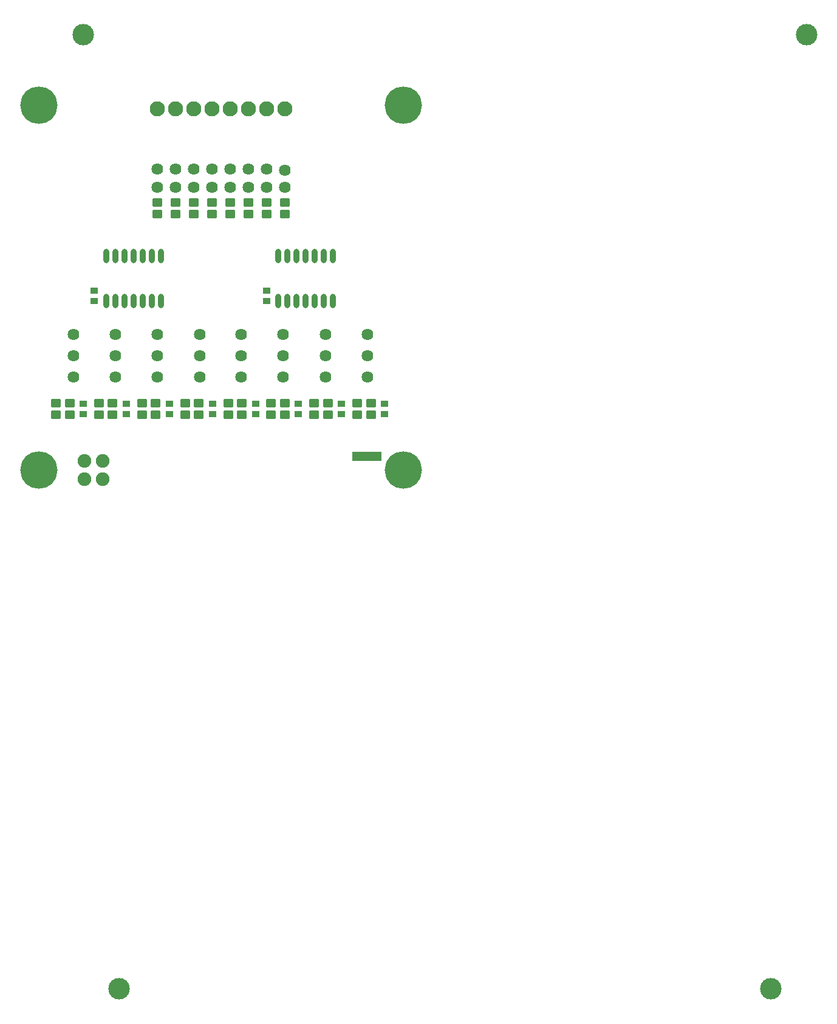
<source format=gbs>
G04 Layer: BottomSolderMaskLayer*
G04 Panelize: Stamp Hole, Column: 2, Row: 2, Board Size: 58.42mm x 58.42mm, Panelized Board Size: 120.84mm x 120.84mm*
G04 EasyEDA v6.5.34, 2023-08-03 19:46:35*
G04 af00140a598446819584b723e16838dc,5a6b42c53f6a479593ecc07194224c93,10*
G04 Gerber Generator version 0.2*
G04 Scale: 100 percent, Rotated: No, Reflected: No *
G04 Dimensions in millimeters *
G04 leading zeros omitted , absolute positions ,4 integer and 5 decimal *
%FSLAX45Y45*%
%MOMM*%

%AMMACRO1*1,1,$1,$2,$3*1,1,$1,$4,$5*1,1,$1,0-$2,0-$3*1,1,$1,0-$4,0-$5*20,1,$1,$2,$3,$4,$5,0*20,1,$1,$4,$5,0-$2,0-$3,0*20,1,$1,0-$2,0-$3,0-$4,0-$5,0*20,1,$1,0-$4,0-$5,$2,$3,0*4,1,4,$2,$3,$4,$5,0-$2,0-$3,0-$4,0-$5,$2,$3,0*%
%ADD10O,0.8031988000000001X2.0031963999999998*%
%ADD11MACRO1,0.2032X-0.55X0.5X-0.55X-0.5*%
%ADD12MACRO1,0.1016X-0.45X0.4X-0.45X-0.4*%
%ADD13R,1.0016X0.9016*%
%ADD14MACRO1,0.1016X0.45X-0.4X0.45X0.4*%
%ADD15C,5.2032*%
%ADD16C,1.6256*%
%ADD17C,2.1016*%
%ADD18C,1.9016*%
%ADD19C,3.0000*%

%LPD*%
D10*
G01*
X4482795Y2737967D03*
G01*
X4355795Y2737967D03*
G01*
X4228795Y2737967D03*
G01*
X4101795Y2737967D03*
G01*
X3974795Y2737967D03*
G01*
X3847795Y2737967D03*
G01*
X3720795Y2737967D03*
G01*
X4482795Y3357981D03*
G01*
X4355795Y3357981D03*
G01*
X4228795Y3357981D03*
G01*
X4101795Y3357981D03*
G01*
X3974795Y3357981D03*
G01*
X3847795Y3357981D03*
G01*
X3720795Y3357981D03*
G01*
X2082800Y2737967D03*
G01*
X1955800Y2737967D03*
G01*
X1828800Y2737967D03*
G01*
X1701800Y2737967D03*
G01*
X1574800Y2737967D03*
G01*
X1447800Y2737967D03*
G01*
X1320800Y2737967D03*
G01*
X2082800Y3357981D03*
G01*
X1955800Y3357981D03*
G01*
X1828800Y3357981D03*
G01*
X1701800Y3357981D03*
G01*
X1574800Y3357981D03*
G01*
X1447800Y3357981D03*
G01*
X1320800Y3357981D03*
D11*
G01*
X1412796Y1151889D03*
G01*
X1412796Y1311889D03*
G01*
X1222296Y1151889D03*
G01*
X1222296Y1311889D03*
D12*
G01*
X1603296Y1161893D03*
D13*
G01*
X1603298Y1301902D03*
D12*
G01*
X2203295Y1161893D03*
G01*
X2203295Y1301892D03*
D11*
G01*
X1822295Y1151889D03*
G01*
X1822295Y1311889D03*
G01*
X2012795Y1151889D03*
G01*
X2012795Y1311889D03*
G01*
X2612793Y1151889D03*
G01*
X2612793Y1311889D03*
G01*
X2422293Y1151889D03*
G01*
X2422293Y1311889D03*
D12*
G01*
X2803293Y1161893D03*
G01*
X2803293Y1301892D03*
G01*
X3403292Y1161893D03*
G01*
X3403292Y1301892D03*
D11*
G01*
X3022292Y1151889D03*
G01*
X3022292Y1311889D03*
G01*
X3212792Y1151889D03*
G01*
X3212792Y1311889D03*
D12*
G01*
X4003291Y1161893D03*
G01*
X4003291Y1301892D03*
D11*
G01*
X3622291Y1151889D03*
G01*
X3622291Y1311889D03*
G01*
X3812791Y1151889D03*
G01*
X3812791Y1311889D03*
D12*
G01*
X4603290Y1161893D03*
D13*
G01*
X4603292Y1301902D03*
D11*
G01*
X4222290Y1151889D03*
G01*
X4222290Y1311889D03*
G01*
X4412790Y1151889D03*
G01*
X4412790Y1311889D03*
D12*
G01*
X5203289Y1161893D03*
G01*
X5203289Y1301892D03*
D11*
G01*
X4822289Y1151889D03*
G01*
X4822289Y1311889D03*
G01*
X5012789Y1151889D03*
G01*
X5012789Y1311889D03*
D14*
G01*
X3555692Y2876698D03*
G01*
X3555692Y2736700D03*
D12*
G01*
X1003297Y1161893D03*
G01*
X1003297Y1301892D03*
D11*
G01*
X622297Y1151889D03*
G01*
X622297Y1311889D03*
G01*
X812797Y1151889D03*
G01*
X812797Y1311889D03*
D14*
G01*
X1155697Y2876698D03*
G01*
X1155697Y2736700D03*
D11*
G01*
X3555993Y3945895D03*
G01*
X3555993Y4105894D03*
G01*
X2285993Y3945895D03*
G01*
X2285993Y4105894D03*
G01*
X3809993Y3945895D03*
G01*
X3809993Y4105894D03*
G01*
X3301993Y3945895D03*
G01*
X3301993Y4105894D03*
G01*
X3047994Y3945895D03*
G01*
X3047994Y4105894D03*
G01*
X2793994Y3945895D03*
G01*
X2793994Y4105894D03*
G01*
X2539994Y3945895D03*
G01*
X2539994Y4105894D03*
G01*
X2031994Y3945895D03*
G01*
X2031994Y4105894D03*
D15*
G01*
X5461000Y381000D03*
G01*
X381000Y381000D03*
G01*
X381000Y5461000D03*
G01*
X5461000Y5461000D03*
D16*
G01*
X2286000Y4572000D03*
G01*
X2286000Y4318000D03*
G01*
X3556000Y4572000D03*
G01*
X3556000Y4318000D03*
D17*
G01*
X2034793Y5406593D03*
G01*
X2288793Y5406593D03*
G01*
X2542793Y5406593D03*
G01*
X2796793Y5406593D03*
G01*
X3050793Y5406593D03*
G01*
X3304793Y5406593D03*
G01*
X3558793Y5406593D03*
G01*
X3812793Y5406593D03*
D16*
G01*
X3810000Y4559300D03*
G01*
X3810000Y4318000D03*
G01*
X3048000Y4318000D03*
G01*
X3048000Y4572000D03*
G01*
X3302000Y4318000D03*
G01*
X3302000Y4572000D03*
G01*
X2032000Y4572000D03*
G01*
X2032000Y4318000D03*
G01*
X2540000Y4318000D03*
G01*
X2540000Y4572000D03*
G01*
X2794000Y4318000D03*
G01*
X2794000Y4572000D03*
G01*
X2626690Y1973300D03*
G01*
X2626690Y1673301D03*
G01*
X2626690Y2273300D03*
G01*
X3201695Y1673301D03*
G01*
X3201695Y1973300D03*
G01*
X3201695Y2273300D03*
G01*
X3789375Y1673301D03*
G01*
X3789375Y1973300D03*
G01*
X3789375Y2273300D03*
G01*
X4377080Y1673301D03*
G01*
X4377080Y1973300D03*
G01*
X4377080Y2273300D03*
G01*
X4964785Y1673301D03*
G01*
X4964785Y1973300D03*
G01*
X4964785Y2273300D03*
G01*
X2038984Y1973300D03*
G01*
X2038984Y1673301D03*
G01*
X2038984Y2273300D03*
G01*
X1451305Y1973300D03*
G01*
X1451305Y1673301D03*
G01*
X1451305Y2273300D03*
G01*
X863600Y1973300D03*
G01*
X863600Y1673301D03*
G01*
X863600Y2273300D03*
D18*
G01*
X1016000Y254000D03*
G01*
X1016000Y508000D03*
G01*
X1270000Y508000D03*
G01*
X1270000Y254000D03*
D19*
G01*
X999997Y6441998D03*
G01*
X11084001Y6441998D03*
G01*
X1499996Y-6841997D03*
G01*
X10584002Y-6841997D03*
G36*
X4749800Y635000D02*
G01*
X5156200Y635000D01*
X5156200Y508000D01*
X4749800Y508000D01*
G37*
M02*

</source>
